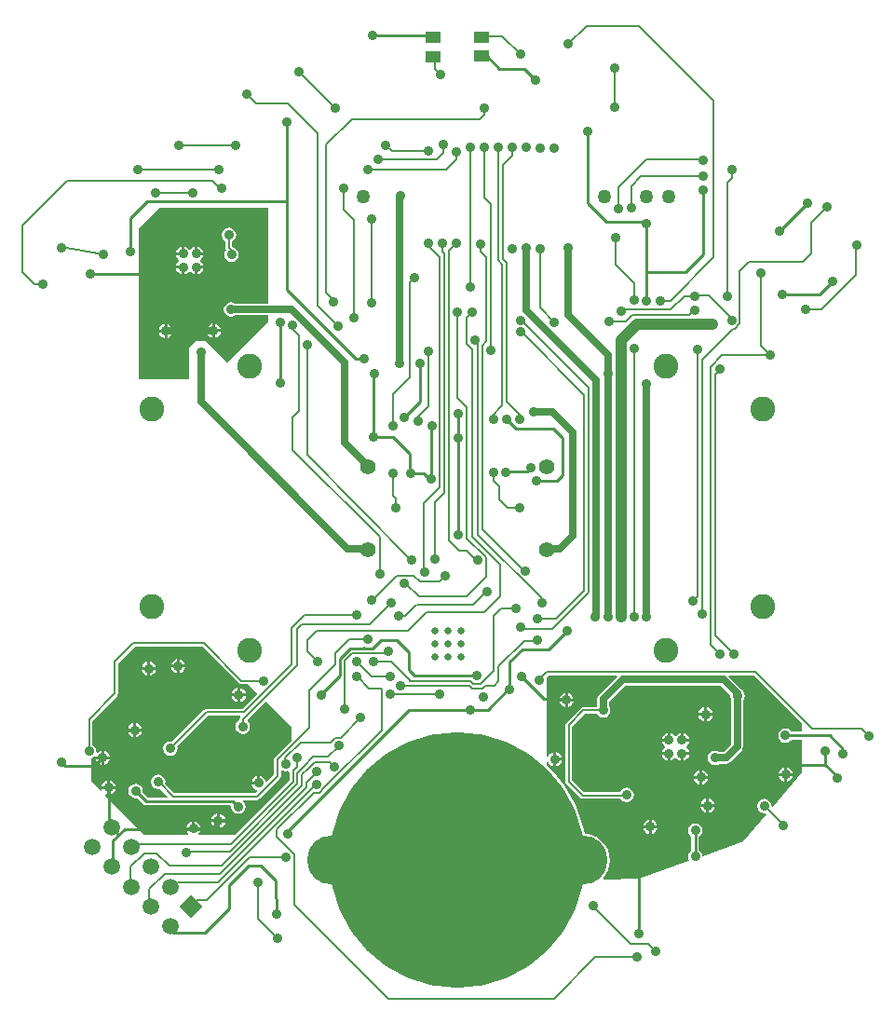
<source format=gbl>
%FSTAX23Y23*%
%MOIN*%
%SFA1B1*%

%IPPOS*%
%AMD49*
4,1,4,0.000000,-0.041700,0.041700,0.000000,0.000000,0.041700,-0.041700,0.000000,0.000000,-0.041700,0.0*
%
%ADD10C,0.008000*%
%ADD11C,0.010000*%
%ADD42C,0.040000*%
%ADD45C,0.040000*%
%ADD46C,0.025000*%
%ADD48C,0.059100*%
G04~CAMADD=49~10~0.0~590.4~0.0~0.0~0.0~0.0~0~0.0~0.0~0.0~0.0~0~0.0~0.0~0.0~0.0~0~0.0~0.0~0.0~225.0~590.4~0.0*
%ADD49D49*%
%ADD50C,0.055100*%
%ADD51C,0.050000*%
%ADD52C,0.035000*%
%ADD53C,0.089000*%
%ADD54C,0.175000*%
%ADD55C,0.915000*%
%ADD56C,0.026000*%
%ADD57R,0.052000X0.044000*%
%LNronemotorboard-v8-1*%
%LPD*%
G36*
X05234Y03228D02*
Y03199D01*
X05195*
X05192Y03204*
X05183Y0321*
X05174Y03212*
X05164Y0321*
X05155Y03204*
X0515Y03196*
X05148Y03186*
X0515Y03176*
X05155Y03167*
X05164Y03162*
X05174Y0316*
X05183Y03162*
X05192Y03167*
X05195Y03172*
X05234*
Y03055*
X05129Y02932*
X05129Y02932*
X05124Y02933*
X05123Y02943*
X05117Y02951*
X05109Y02957*
X05099Y02959*
X05089Y02957*
X0508Y02951*
X05075Y02943*
X05073Y02933*
X05075Y02923*
X0508Y02914*
X05089Y02909*
X05099Y02907*
X05103Y02907*
X05105Y02903*
X05023Y02806*
X0488Y02755*
X04876Y02757*
X04875Y02762*
X04869Y02771*
X04864Y02774*
Y02824*
X04869Y02827*
X04875Y02836*
X04877Y02846*
X04875Y02856*
X04869Y02864*
X0486Y0287*
X04851Y02872*
X04841Y0287*
X04832Y02864*
X04827Y02856*
X04825Y02846*
X04827Y02836*
X04832Y02827*
X04837Y02824*
Y02774*
X04832Y02771*
X04827Y02762*
X04825Y02753*
X04827Y02743*
X04828Y02741*
X04826Y02736*
X04648Y02673*
X04523Y02671*
X04521Y02676*
X04529Y02686*
X04538Y02703*
X04544Y02721*
X04546Y0274*
X04544Y02758*
X04538Y02776*
X04529Y02793*
X04517Y02807*
X04503Y02819*
X04486Y02828*
X04468Y02834*
X04455Y02835*
X0445Y0286*
X04437Y02899*
X04422Y02936*
X04403Y02973*
X04381Y03007*
X04356Y03039*
X04329Y03069*
X0432Y03078*
Y0309*
X04325Y03091*
Y03091*
X0433Y03082*
X04339Y03077*
X04344Y03076*
Y03101*
Y03126*
X04339Y03125*
X0433Y03119*
X04325Y0311*
X0432Y03111*
Y03395*
X04325Y034*
X04569*
X04571Y03396*
X04506Y0333*
X04501Y03324*
X045Y03316*
Y0329*
X04498Y03288*
X0445*
X04445Y03287*
X04441Y03284*
X04389Y03232*
X04386Y03228*
X04385Y03224*
Y03022*
X04386Y03017*
X04389Y03013*
X04439Y02963*
X04443Y0296*
X04448Y02959*
X04584*
X04587Y02954*
X04596Y02949*
X04606Y02947*
X04616Y02949*
X04624Y02954*
X0463Y02963*
X04632Y02973*
X0463Y02982*
X04624Y02991*
X04616Y02997*
X04606Y02999*
X04596Y02997*
X04587Y02991*
X04582Y02984*
X04453*
X0441Y03027*
Y03218*
X04455Y03263*
X04498*
X04502Y03257*
X04511Y03252*
X04521Y0325*
X04531Y03252*
X04539Y03257*
X04545Y03266*
X04547Y03276*
X04545Y03285*
X04541Y0329*
Y03307*
X04599Y03365*
X04942*
X04977Y03329*
X04977Y03328*
X04979Y03318*
X0498Y03317*
Y03154*
X04952Y03126*
X04935*
X04931Y0313*
X04921Y03132*
X04911Y0313*
X04902Y03124*
X04897Y03116*
X04895Y03106*
X04897Y03096*
X04902Y03087*
X04911Y03082*
X04921Y0308*
X04931Y03082*
X04935Y03085*
X04961*
X04969Y03086*
X04975Y03091*
X05015Y03131*
X05018Y03135*
X0502Y03138*
X05021Y03146*
Y0331*
X05027Y03318*
X05029Y03328*
X05027Y03338*
X05021Y03346*
X05015Y03351*
X0497Y03396*
X04972Y034*
X05061*
X05234Y03228*
G37*
G36*
X03218Y03373D02*
X03222Y0337D01*
X03227Y03369*
X0325*
X03282Y03338*
Y03333*
X0323Y03282*
X03101*
X03096Y03281*
X03092Y03278*
X02977Y03164*
X02973Y03165*
X02963Y03163*
X02954Y03157*
X02949Y03149*
X02947Y03139*
X02949Y03129*
X02954Y0312*
X02963Y03115*
X02973Y03113*
X02982Y03115*
X02991Y0312*
X02997Y03129*
X02999Y03139*
X02997Y03148*
X03106Y03257*
X03221*
X03223Y03253*
X03223Y03252*
X0322Y03248*
X03219Y03243*
Y0324*
X03213Y03236*
X03207Y03228*
X03205Y03218*
X03207Y03208*
X03213Y03199*
X03221Y03194*
X03231Y03192*
X03241Y03194*
X0325Y03199*
X03255Y03208*
X03257Y03218*
X03255Y03228*
X0325Y03236*
X03248Y03237*
X03248Y03242*
X03249Y03244*
X03251Y03245*
X03313Y03307*
X03405Y03216*
Y03166*
X03346Y03108*
X03344Y03104*
X03343Y031*
X03343Y03097*
Y03046*
X03318Y03021*
X03313Y03022*
X03313Y03025*
X03307Y03034*
X03298Y0304*
X03294Y03041*
Y03016*
X03289*
Y03011*
X03264*
X03265Y03006*
X0327Y02997*
X03279Y02992*
X03282Y02991*
X03283Y02986*
X03277Y0298*
X02987*
X02953Y03013*
X02955Y0302*
X02953Y03029*
X02947Y03038*
X02939Y03044*
X02929Y03046*
X02919Y03044*
X0291Y03038*
X02905Y03029*
X02903Y0302*
X02905Y0301*
X0291Y03001*
X02919Y02996*
X02929Y02994*
X02937Y02995*
X02964Y02967*
X02962Y02963*
X02891*
X02872Y02981*
X02874Y02988*
X02872Y02998*
X02866Y03006*
X02857Y03012*
X02848Y03014*
X02838Y03012*
X02829Y03006*
X02824Y02998*
X02822Y02988*
X02824Y02978*
X02829Y02969*
X02838Y02964*
X02848Y02962*
X02854Y02963*
X02876Y0294*
X0288Y02937*
X02886Y02936*
X03186*
X03189Y02932*
X03189Y02932*
X03191Y02922*
X03196Y02913*
X03205Y02908*
X03215Y02906*
X03225Y02908*
X03233Y02913*
X03239Y02922*
X03241Y02932*
X03239Y02942*
X03233Y0295*
X03232Y02951*
X03233Y02955*
X03282*
X03287Y02956*
X03291Y02959*
X03364Y03032*
X03367Y03036*
X03368Y03041*
Y03059*
X03372Y03061*
X03375Y0306*
X03385Y03058*
X03394Y0306*
X03399Y03053*
Y03025*
X03204Y0283*
X03074Y02829*
X03073Y02834*
X03073Y02834*
X03079Y02843*
X0308Y02848*
X0303*
X03031Y02843*
X03036Y02834*
X03037Y02834*
X03035Y02829*
X02877Y02829*
X02738Y02971*
X02741Y02976*
X02746Y02975*
Y02995*
X02726*
X02726Y0299*
X02722Y02988*
X02688Y03023*
X02688Y03104*
X0269Y03105*
X02699Y0311*
X02699Y03111*
X02704Y03109*
X02705Y03112*
X02725*
Y03132*
X0272Y03131*
X02711Y03125*
X02711Y03124*
X02706Y03126*
X02707Y03129*
X02705Y03139*
X02699Y03147*
X02693Y03151*
Y03238*
X02781Y03327*
X02784Y03331*
X02785Y03336*
Y03443*
X02845Y03503*
X03087*
X03218Y03373*
G37*
G36*
X03321Y0473D02*
X03204D01*
X03199Y04734*
X0319Y04736*
X0318Y04734*
X03171Y04728*
X03166Y0472*
X03164Y0471*
X03166Y047*
X03171Y04691*
X0318Y04686*
X0319Y04684*
X03199Y04686*
X03204Y04689*
X03321*
Y04665*
X03176Y0452*
X03101Y04594*
X03097Y04596*
X03093Y04597*
X03068*
X03064Y04596*
X0306Y04594*
X03042Y04576*
X0304Y04572*
X03039Y04568*
Y04462*
X02859*
Y05*
X02933Y05072*
X02934Y05073*
X03321*
Y0473*
G37*
%LNronemotorboard-v8-2*%
%LPC*%
G36*
X0517Y03072D02*
X05165Y03071D01*
X05156Y03065*
X05151Y03057*
X0515Y03052*
X0517*
Y03072*
G37*
G36*
X04876Y03061D02*
Y03041D01*
X04896*
X04895Y03045*
X04889Y03054*
X0488Y0306*
X04876Y03061*
G37*
G36*
X04374Y03096D02*
X04354D01*
Y03076*
X04359Y03077*
X04367Y03082*
X04373Y03091*
X04374Y03096*
G37*
G36*
X0518Y03072D02*
Y03052D01*
X052*
X05199Y03057*
X05193Y03065*
X05184Y03071*
X0518Y03072*
G37*
G36*
X04866Y03061D02*
X04861Y0306D01*
X04852Y03054*
X04847Y03045*
X04846Y03041*
X04866*
Y03061*
G37*
G36*
X052Y03042D02*
X0518D01*
Y03022*
X05184Y03023*
X05193Y03028*
X05199Y03037*
X052Y03042*
G37*
G36*
X03284Y03041D02*
X03279Y0304D01*
X0327Y03034*
X03265Y03025*
X03264Y03021*
X03284*
Y03041*
G37*
G36*
X0517Y03042D02*
X0515D01*
X05151Y03037*
X05156Y03028*
X05165Y03023*
X0517Y03022*
Y03042*
G37*
G36*
X02725Y03102D02*
X02705D01*
X02706Y03097*
X02711Y03088*
X0272Y03083*
X02725Y03082*
Y03102*
G37*
G36*
X04752Y03194D02*
X04747Y03193D01*
X04739Y03188*
X04733Y03179*
X04732Y03174*
X04752*
Y03194*
G37*
G36*
X02735Y03132D02*
Y03112D01*
X02755*
X02754Y03117*
X02748Y03125*
X02739Y03131*
X02735Y03132*
G37*
G36*
X0284Y032D02*
X0282D01*
X02821Y03195*
X02826Y03186*
X02835Y03181*
X0284Y0318*
Y032*
G37*
G36*
X04809Y03194D02*
Y03174D01*
X04829*
X04828Y03179*
X04823Y03188*
X04814Y03193*
X04809Y03194*
G37*
G36*
X04752Y03117D02*
X04732D01*
X04733Y03112*
X04739Y03104*
X04747Y03098*
X04752Y03097*
Y03117*
G37*
G36*
X02755Y03102D02*
X02735D01*
Y03082*
X02739Y03083*
X02748Y03088*
X02754Y03097*
X02755Y03102*
G37*
G36*
X04354Y03126D02*
Y03106D01*
X04374*
X04373Y0311*
X04367Y03119*
X04359Y03125*
X04354Y03126*
G37*
G36*
X04829Y03117D02*
X04809D01*
Y03097*
X04814Y03098*
X04823Y03104*
X04828Y03112*
X04829Y03117*
G37*
G36*
X04685Y02884D02*
X0468Y02883D01*
X04671Y02877*
X04666Y02868*
X04665Y02864*
X04685*
Y02884*
G37*
G36*
X0306Y02878D02*
Y02858D01*
X0308*
X03079Y02863*
X03073Y02871*
X03064Y02877*
X0306Y02878*
G37*
G36*
X03139Y02906D02*
X03134Y02905D01*
X03125Y02899*
X0312Y0289*
X03119Y02886*
X03139*
Y02906*
G37*
G36*
X04695Y02884D02*
Y02864D01*
X04715*
X04714Y02868*
X04708Y02877*
X047Y02883*
X04695Y02884*
G37*
G36*
X0305Y02878D02*
X03045Y02877D01*
X03036Y02871*
X03031Y02863*
X0303Y02858*
X0305*
Y02878*
G37*
G36*
X04715Y02854D02*
X04695D01*
Y02834*
X047Y02835*
X04708Y0284*
X04714Y02849*
X04715Y02854*
G37*
G36*
X04685D02*
X04665D01*
X04666Y02849*
X04671Y0284*
X0468Y02835*
X04685Y02834*
Y02854*
G37*
G36*
X03169Y02876D02*
X03149D01*
Y02856*
X03153Y02857*
X03162Y02862*
X03168Y02871*
X03169Y02876*
G37*
G36*
X03139D02*
X03119D01*
X0312Y02871*
X03125Y02862*
X03134Y02857*
X03139Y02856*
Y02876*
G37*
G36*
X03149Y02906D02*
Y02886D01*
X03169*
X03168Y0289*
X03162Y02899*
X03153Y02905*
X03149Y02906*
G37*
G36*
X02756Y03025D02*
Y03005D01*
X02776*
X02775Y03009*
X02769Y03018*
X02761Y03024*
X02756Y03025*
G37*
G36*
X02746D02*
X02741Y03024D01*
X02732Y03018*
X02727Y03009*
X02726Y03005*
X02746*
Y03025*
G37*
G36*
X04896Y03031D02*
X04876D01*
Y03011*
X0488Y03012*
X04889Y03017*
X04895Y03026*
X04896Y03031*
G37*
G36*
X04866D02*
X04846D01*
X04847Y03026*
X04852Y03017*
X04861Y03012*
X04866Y03011*
Y03031*
G37*
G36*
X02776Y02995D02*
X02756D01*
Y02975*
X02761Y02976*
X02769Y02981*
X02775Y0299*
X02776Y02995*
G37*
G36*
X0492Y0293D02*
X049D01*
Y0291*
X04905Y02911*
X04913Y02916*
X04919Y02925*
X0492Y0293*
G37*
G36*
X0489D02*
X0487D01*
X04871Y02925*
X04876Y02916*
X04885Y02911*
X0489Y0291*
Y0293*
G37*
G36*
X049Y0296D02*
Y0294D01*
X0492*
X04919Y02945*
X04913Y02953*
X04905Y02959*
X049Y0296*
G37*
G36*
X0489D02*
X04885Y02959D01*
X04876Y02953*
X04871Y02945*
X0487Y0294*
X0489*
Y0296*
G37*
G36*
X02981Y04628D02*
X02961D01*
Y04608*
X02966Y04609*
X02974Y04614*
X0298Y04623*
X02981Y04628*
G37*
G36*
X02951D02*
X02931D01*
X02932Y04623*
X02937Y04614*
X02946Y04609*
X02951Y04608*
Y04628*
G37*
G36*
X03152Y04629D02*
X03132D01*
Y04609*
X03137Y0461*
X03145Y04615*
X03151Y04624*
X03152Y04629*
G37*
G36*
X03122D02*
X03102D01*
X03103Y04624*
X03108Y04615*
X03117Y0461*
X03122Y04609*
Y04629*
G37*
G36*
X03005Y03459D02*
Y03439D01*
X03025*
X03024Y03443*
X03018Y03452*
X03009Y03458*
X03005Y03459*
G37*
G36*
X0289Y0345D02*
X02885Y03449D01*
X02876Y03443*
X02871Y03435*
X0287Y0343*
X0289*
Y0345*
G37*
G36*
X03025Y03429D02*
X03005D01*
Y03409*
X03009Y0341*
X03018Y03415*
X03024Y03424*
X03025Y03429*
G37*
G36*
X02995Y03459D02*
X0299Y03458D01*
X02981Y03452*
X02976Y03443*
X02975Y03439*
X02995*
Y03459*
G37*
G36*
X029Y0345D02*
Y0343D01*
X0292*
X02919Y03435*
X02913Y03443*
X02904Y03449*
X029Y0345*
G37*
G36*
X02951Y04658D02*
X02946Y04657D01*
X02937Y04651*
X02932Y04643*
X02931Y04638*
X02951*
Y04658*
G37*
G36*
X03013Y04934D02*
X03008Y04933D01*
X03Y04928*
X02994Y04919*
X02993Y04914*
X03013*
Y04934*
G37*
G36*
X03182Y05003D02*
X03172Y05001D01*
X03163Y04995*
X03158Y04986*
X03156Y04977*
X03158Y04967*
X03163Y04958*
X03169Y04954*
Y0493*
X0317Y04925*
X03172Y04923*
X03167Y04915*
X03165Y04906*
X03167Y04896*
X03172Y04887*
X03181Y04882*
X03191Y0488*
X032Y04882*
X03209Y04887*
X03215Y04896*
X03217Y04906*
X03215Y04915*
X03209Y04924*
X032Y0493*
X03198Y0493*
X03194Y04935*
Y04954*
X032Y04958*
X03206Y04967*
X03208Y04977*
X03206Y04986*
X032Y04995*
X03192Y05001*
X03182Y05003*
G37*
G36*
X0306Y04934D02*
X03055Y04933D01*
X03047Y04928*
X03044Y04923*
X03039*
X03036Y04928*
X03028Y04933*
X03023Y04934*
Y04909*
X03018*
Y04904*
X02993*
X02994Y04899*
X03Y04891*
X03004Y04888*
Y04883*
X03Y0488*
X02994Y04872*
X02993Y04867*
X03018*
Y04862*
X03023*
Y04837*
X03028Y04838*
X03036Y04844*
X03039Y04848*
X03044*
X03047Y04844*
X03055Y04838*
X0306Y04837*
Y04862*
X03065*
Y04867*
X0309*
X03089Y04872*
X03084Y0488*
X03079Y04883*
Y04888*
X03084Y04891*
X03089Y04899*
X0309Y04904*
X03065*
Y04909*
X0306*
Y04934*
G37*
G36*
X0307D02*
Y04914D01*
X0309*
X03089Y04919*
X03084Y04928*
X03075Y04933*
X0307Y04934*
G37*
G36*
X0309Y04857D02*
X0307D01*
Y04837*
X03075Y04838*
X03084Y04844*
X03089Y04852*
X0309Y04857*
G37*
G36*
X03122Y04659D02*
X03117Y04658D01*
X03108Y04652*
X03103Y04643*
X03102Y04639*
X03122*
Y04659*
G37*
G36*
X02961Y04658D02*
Y04638D01*
X02981*
X0298Y04643*
X02974Y04651*
X02966Y04657*
X02961Y04658*
G37*
G36*
X03013Y04857D02*
X02993D01*
X02994Y04852*
X03Y04844*
X03008Y04838*
X03013Y04837*
Y04857*
G37*
G36*
X03132Y04659D02*
Y04639D01*
X03152*
X03151Y04643*
X03145Y04652*
X03137Y04658*
X03132Y04659*
G37*
G36*
X04883Y03287D02*
X04878Y03286D01*
X04869Y0328*
X04864Y03272*
X04863Y03267*
X04883*
Y03287*
G37*
G36*
X04913Y03257D02*
X04893D01*
Y03237*
X04898Y03238*
X04906Y03243*
X04912Y03252*
X04913Y03257*
G37*
G36*
X04385Y03308D02*
X04365D01*
X04366Y03303*
X04371Y03294*
X0438Y03289*
X04385Y03288*
Y03308*
G37*
G36*
X04893Y03287D02*
Y03267D01*
X04913*
X04912Y03272*
X04906Y0328*
X04898Y03286*
X04893Y03287*
G37*
G36*
X04883Y03257D02*
X04863D01*
X04864Y03252*
X04869Y03243*
X04878Y03238*
X04883Y03237*
Y03257*
G37*
G36*
X04799Y03194D02*
X04794Y03193D01*
X04786Y03188*
X04783Y03183*
X04778*
X04775Y03188*
X04767Y03193*
X04762Y03194*
Y03169*
X04757*
Y03164*
X04732*
X04733Y03159*
X04739Y03151*
X04743Y03148*
Y03143*
X04739Y0314*
X04733Y03132*
X04732Y03127*
X04757*
Y03122*
X04762*
Y03097*
X04767Y03098*
X04775Y03104*
X04778Y03108*
X04783*
X04786Y03104*
X04794Y03098*
X04799Y03097*
Y03122*
X04804*
Y03127*
X04829*
X04828Y03132*
X04823Y0314*
X04818Y03143*
Y03148*
X04823Y03151*
X04828Y03159*
X04829Y03164*
X04804*
Y03169*
X04799*
Y03194*
G37*
G36*
X0287Y032D02*
X0285D01*
Y0318*
X02854Y03181*
X02863Y03186*
X02869Y03195*
X0287Y032*
G37*
G36*
X0285Y0323D02*
Y0321D01*
X0287*
X02869Y03215*
X02863Y03223*
X02854Y03229*
X0285Y0323*
G37*
G36*
X0284D02*
X02835Y03229D01*
X02826Y03223*
X02821Y03215*
X0282Y0321*
X0284*
Y0323*
G37*
G36*
X04415Y03308D02*
X04395D01*
Y03288*
X044Y03289*
X04408Y03294*
X04414Y03303*
X04415Y03308*
G37*
G36*
X0289Y0342D02*
X0287D01*
X02871Y03415*
X02876Y03406*
X02885Y03401*
X0289Y034*
Y0342*
G37*
G36*
X03222Y03356D02*
Y03336D01*
X03242*
X03241Y03341*
X03235Y03349*
X03226Y03355*
X03222Y03356*
G37*
G36*
X02995Y03429D02*
X02975D01*
X02976Y03424*
X02981Y03415*
X0299Y0341*
X02995Y03409*
Y03429*
G37*
G36*
X0292Y0342D02*
X029D01*
Y034*
X02904Y03401*
X02913Y03406*
X02919Y03415*
X0292Y0342*
G37*
G36*
X03212Y03356D02*
X03207Y03355D01*
X03198Y03349*
X03193Y03341*
X03192Y03336*
X03212*
Y03356*
G37*
G36*
X03242Y03326D02*
X03222D01*
Y03306*
X03226Y03307*
X03235Y03312*
X03241Y03321*
X03242Y03326*
G37*
G36*
X03212D02*
X03192D01*
X03193Y03321*
X03198Y03312*
X03207Y03307*
X03212Y03306*
Y03326*
G37*
G36*
X04395Y03338D02*
Y03318D01*
X04415*
X04414Y03322*
X04408Y03331*
X044Y03337*
X04395Y03338*
G37*
G36*
X04385D02*
X0438Y03337D01*
X04371Y03331*
X04366Y03322*
X04365Y03318*
X04385*
Y03338*
G37*
%LNronemotorboard-v8-3*%
%LPD*%
G54D10*
X02829Y02636D02*
Y02716D01*
X02878Y02765*
X02924*
X02969Y0272*
X03156*
X02951Y02691D02*
X0315D01*
X02897Y02637D02*
X02951Y02691D01*
X02897Y02607D02*
Y02637D01*
X04301Y03655D02*
Y03676D01*
X04276Y03525D02*
X04287Y03514D01*
X04062Y04598D02*
X04072Y04588D01*
X03491Y03047D02*
Y03056D01*
X02897Y02565D02*
Y02607D01*
Y02608*
X0315Y02691D02*
X03459Y03D01*
X03386Y0275D02*
X03389D01*
X03257D02*
X03386D01*
X03047Y02576D02*
X03068Y02597D01*
X03104*
X03257Y0275*
X03039Y02567D02*
X03074D01*
X03143Y02661D02*
X03412Y0293D01*
X02998Y02661D02*
X03143D01*
X03156Y0272D02*
X03443Y03006D01*
X03185Y02771D02*
X03427Y03013D01*
X03037Y02771D02*
X03185D01*
X03189Y02798D02*
X03411Y0302D01*
X0285Y02798D02*
X03189D01*
X04869Y03622D02*
X04875Y03628D01*
X03407Y03572D02*
X03451Y03617D01*
X03407Y03441D02*
Y03572D01*
X03236Y0327D02*
X03407Y03441D01*
X03425Y03568D02*
X03441Y03584D01*
X03425Y03436D02*
Y03568D01*
X03242Y03254D02*
X03425Y03436D01*
X03242Y03254D02*
X03242D01*
X03231Y03243D02*
X03242Y03254D01*
X03101Y0327D02*
X03236D01*
X03231Y03218D02*
Y03243D01*
X0483Y04689D02*
X04849Y04708D01*
X04845D02*
X0485D01*
X0484Y04703D02*
X04845Y04708D01*
X04627Y04689D02*
X0483D01*
X0484Y04703D02*
X04846D01*
X04811Y04758D02*
X04849D01*
X04764Y04711D02*
X04811Y04758D01*
X049Y04759D02*
X04981Y04678D01*
X04849Y04759D02*
X049D01*
X04849Y04758D02*
Y04759D01*
X04604Y04666D02*
X04627Y04689D01*
X04597Y04711D02*
X04764D01*
X04586Y047D02*
X04597Y04711D01*
X04633Y04744D02*
Y04804D01*
X04544Y04666D02*
X04604D01*
X03813Y03732D02*
X03862Y03683D01*
X04916Y04896D02*
Y05457D01*
X04761Y04741D02*
X04916Y04896D01*
X04735Y04741D02*
X04761D01*
X04033Y0468D02*
X04053Y047D01*
X04033Y04586D02*
Y0468D01*
Y04586D02*
X04052Y04568D01*
Y03896D02*
Y04568D01*
Y03896D02*
X04152Y03796D01*
Y03685D02*
Y03796D01*
X04034Y03892D02*
Y04359D01*
Y03892D02*
X04102Y03824D01*
X03999Y04394D02*
X04033Y0436D01*
X03999Y04394D02*
Y04702D01*
X04088Y04582D02*
X04102Y04596D01*
X04088Y03924D02*
Y04582D01*
Y03924D02*
X04241Y03771D01*
X04072Y03905D02*
Y04588D01*
Y03905D02*
X04301Y03676D01*
X04102Y04596D02*
Y04898D01*
X04095Y03628D02*
X04152Y03685D01*
X04056Y03654D02*
X04105Y03703D01*
X03789Y03614D02*
X03813D01*
X03788D02*
X03789D01*
X03855Y03654D02*
X04056D01*
X04102Y03754D02*
Y03824D01*
X04031Y03683D02*
X04102Y03754D01*
X03862Y03683D02*
X04031D01*
X04062Y04598D02*
X04063Y04599D01*
X04149Y04031D02*
Y04077D01*
X04129Y04098D02*
X04149Y04077D01*
X04129Y04098D02*
Y04128D01*
X03463Y03527D02*
X03495Y03559D01*
X03821D02*
X0389Y03628D01*
X03495Y03559D02*
X03821D01*
X0389Y03628D02*
X04095D01*
X03686Y03584D02*
X03763Y03661D01*
X03441Y03584D02*
X03686D01*
X0341Y04639D02*
X03431Y04618D01*
Y04346D02*
Y04618D01*
X0341Y04325D02*
X03431Y04346D01*
X0341Y04207D02*
Y04325D01*
Y04207D02*
X03721Y03896D01*
X03463Y03486D02*
Y03527D01*
Y03486D02*
X03498Y03451D01*
X03451Y03617D02*
X03638D01*
X0364Y03397D02*
X03641D01*
X03684Y03354*
X03728*
X03639Y03451D02*
X03693Y03396D01*
X03759*
X03701Y03451D02*
X03761D01*
X03624Y03481D02*
X03747D01*
X03596Y03453D02*
X03624Y03481D01*
X04585Y04701D02*
Y04703D01*
Y04701D02*
X04586Y047D01*
X03728Y03203D02*
Y03354D01*
X03524Y02999D02*
X03728Y03203D01*
X03524Y02999D02*
X03524D01*
X03507Y02982D02*
X03524Y02999D01*
X03487Y02982D02*
X03507D01*
X03354Y02824D02*
X03417Y02761D01*
X03354Y02824D02*
Y02849D01*
X03487Y02982*
X03417Y02579D02*
X03751Y02245D01*
X03417Y02579D02*
Y02761D01*
X03389Y0275D02*
X0339Y02749D01*
X03427Y03075D02*
Y03093D01*
X03411Y03059D02*
X03427Y03075D01*
X03411Y0302D02*
Y03059D01*
X03421Y03099D02*
X03427Y03093D01*
X03282Y02968D02*
X03356Y03041D01*
Y031*
X03355Y031D02*
X0347Y03214D01*
Y03348*
X0344Y03162D02*
X03546D01*
X03384Y03106D02*
X0344Y03162D01*
X03384Y03085D02*
Y03106D01*
X03759Y03333D02*
X03937D01*
X04041Y03364D02*
X04051Y03354D01*
X03797Y03364D02*
X04041D01*
X0383Y03381D02*
X04046D01*
X03484Y0311D02*
X03537D01*
X03575Y03148*
Y03149*
X03583Y03178D02*
X03654Y03249D01*
X03562Y03178D02*
X03583D01*
X03546Y03162D02*
X03562Y03178D01*
X03654Y03249D02*
Y0325D01*
X03563Y03468D02*
Y0348D01*
X03562Y03467D02*
X03563Y03468D01*
X03562Y0344D02*
Y03467D01*
X0347Y03348D02*
X03562Y0344D01*
X03596Y03285D02*
Y03453D01*
X03721Y03761D02*
Y03896D01*
X0372Y0376D02*
X03721Y03761D01*
X03918Y04019D02*
X03953Y04054D01*
X03918Y03817D02*
Y04019D01*
X03916Y03815D02*
X03918Y03817D01*
X0388Y04018D02*
X03936Y04074D01*
X0388Y03772D02*
Y04018D01*
X03877Y03769D02*
X0388Y03772D01*
X03936Y04074D02*
Y04897D01*
X03895Y04938D02*
X03936Y04897D01*
X03895Y04938D02*
Y04947D01*
X04118Y04573D02*
X04129Y04562D01*
X04118Y04573D02*
Y05086D01*
X0377Y04009D02*
X03779Y04D01*
Y04008D02*
Y04034D01*
X0377Y04043D02*
X03779Y04034D01*
X0377Y04043D02*
Y04125D01*
X03182Y0493D02*
X03192Y0492D01*
X03182Y0493D02*
Y04977D01*
X03184Y04975*
Y04913D02*
X03191Y04906D01*
X0339Y02749D02*
X03397D01*
X0353Y04771D02*
X03566Y04735D01*
X03461Y04189D02*
X03837Y03812D01*
X03838*
X03461Y04189D02*
Y04584D01*
X04684Y02439D02*
X0471Y02413D01*
X0462Y02439D02*
X04684D01*
X04485Y02574D02*
X0462Y02439D01*
X0315Y05143D02*
X03156D01*
X03122Y05171D02*
X0315Y05143D01*
X02603Y05171D02*
X03122D01*
X04296Y04716D02*
Y04928D01*
Y04716D02*
X04347Y04665D01*
X03969Y03884D02*
Y04922D01*
X03953Y04054D02*
Y0491D01*
X0416Y04366D02*
Y0487D01*
X04176Y04382D02*
Y04877D01*
X04161Y04892D02*
X04176Y04877D01*
X03394Y05446D02*
X03499Y05341D01*
X03278Y05446D02*
X03394D01*
X03245Y05479D02*
X03278Y05446D01*
X04031Y03846D02*
X04071Y03806D01*
X04006Y03846D02*
X04031D01*
X03969Y03884D02*
X04006Y03846D01*
X03751Y02245D02*
X04346D01*
X03413Y02931D02*
X03495Y03013D01*
X03449Y03074D02*
X03484Y0311D01*
X04454Y03704D02*
Y04403D01*
X04353Y03604D02*
X04454Y03704D01*
X04293Y03604D02*
X04353D01*
X04226Y03568D02*
X0434D01*
X0447Y03698*
X04281Y03592D02*
X04293Y03604D01*
X03488Y03047D02*
X03491D01*
X03489Y03092D02*
X03541D01*
X03465Y03068D02*
X03489Y03092D01*
X04657Y05187D02*
X04862D01*
X04621Y05151D02*
X04657Y05187D01*
X03034Y02774D02*
X03037Y02771D01*
X02969Y02632D02*
X02998Y02661D01*
X03541Y03092D02*
X03558Y03075D01*
X04676Y05246D02*
X04862D01*
X04576Y05146D02*
X04676Y05246D01*
X0447Y037D02*
Y04431D01*
X05067Y03413D02*
X0527Y0321D01*
X0432Y03413D02*
X05067D01*
X04294Y03387D02*
X0432Y03413D01*
X03866Y03736D02*
X03935D01*
X03844Y03758D02*
X03866Y03736D01*
X03784Y03758D02*
X03844D01*
X03916Y03816D02*
X03919Y03819D01*
X03722Y03763D02*
X03723Y03764D01*
X03813Y03614D02*
X03853Y03654D01*
X04129Y03614D02*
X04156Y03641D01*
X04226Y03573D02*
X04227Y03561D01*
X04083Y04917D02*
X04102Y04898D01*
X0353Y05299D02*
X03623Y05392D01*
X0353Y04771D02*
Y05299D01*
X03628Y04682D02*
Y05031D01*
X03593Y05066D02*
X03628Y05031D01*
X03593Y05066D02*
Y0514D01*
X04227Y04672D02*
X04229D01*
X04567Y0487D02*
Y04967D01*
Y0487D02*
X04633Y04804D01*
X04632Y0361D02*
Y0457D01*
X0292Y05127D02*
X03053D01*
X05447Y0321D02*
X05474Y03183D01*
X0527Y0321D02*
X05447D01*
X04398Y03224D02*
X0445Y03276D01*
X04521*
X04095Y05109D02*
X04118Y05086D01*
X04083Y04917D02*
Y04945D01*
X04045Y04793D02*
Y05278D01*
X04195Y05261D02*
Y0529D01*
X03499Y04724D02*
X03572Y04651D01*
X03895Y04499D02*
Y045D01*
X04095Y05109D02*
Y05289D01*
X03003Y05297D02*
X03204D01*
X03205Y05298*
X03692Y04733D02*
Y05031D01*
X03678Y05211D02*
X03959D01*
X03715Y05246D02*
X03925D01*
X03741Y05298D02*
X03743D01*
X03765Y05276*
X03895*
X04149Y04031D02*
X0418Y04001D01*
X04223*
X03959Y05211D02*
X03995Y05247D01*
Y05273*
X03925Y05246D02*
X0395Y05271D01*
Y05299*
X03893Y05274D02*
X03895Y05276D01*
X04095Y05407D02*
Y0543D01*
X0408Y05392D02*
X04095Y05407D01*
X04494Y02393D02*
X04643D01*
X04346Y02245D02*
X04494Y02393D01*
X0258Y04934D02*
X02583Y04934D01*
X02731Y04906*
X02579Y04935D02*
X0258Y04934D01*
X02579Y04935D02*
X0258D01*
X03285Y02532D02*
X03356Y02461D01*
X03285Y02532D02*
Y0266D01*
X03623Y05392D02*
X0408D01*
X04563Y05447D02*
Y05573D01*
X03432Y05561D02*
X03564Y05429D01*
X03919Y0557D02*
X0394Y05549D01*
X03919Y0557D02*
Y05608D01*
X0416Y05688D02*
X04225Y05623D01*
X04081Y05688D02*
X0416D01*
X02855Y05211D02*
X03145D01*
X02443Y04844D02*
Y05011D01*
Y04844D02*
X02485Y04802D01*
X02515*
X02443Y05011D02*
X02603Y05171D01*
X04344Y05289D02*
X04345Y05288D01*
X04648Y05725D02*
X04916Y05457D01*
X04461Y05725D02*
X04648D01*
X04395Y05659D02*
X04461Y05725D01*
X04621Y05073D02*
Y05151D01*
X04576Y05072D02*
Y05146D01*
X05265Y0502D02*
X05323Y05078D01*
X05301Y04709D02*
X05426Y04833D01*
X05245Y04709D02*
X05301D01*
X05426Y04833D02*
Y04942D01*
X05427Y04943*
X04129Y04318D02*
Y04319D01*
X04121Y04327D02*
X04129Y04319D01*
X04221Y04318D02*
Y04321D01*
X04228Y04328D02*
X0423D01*
X04221Y04321D02*
X04228Y04328D01*
X04121Y04327D02*
X0416Y04366D01*
X03969Y04922D02*
X03995Y04948D01*
X03768Y04298D02*
X0377Y04296D01*
X03768Y04298D02*
Y04407D01*
X03858Y04328D02*
X03895Y04365D01*
Y04499*
X03859Y04311D02*
Y04321D01*
X03858Y0431D02*
Y04328D01*
X04229Y04672D02*
X0447Y04431D01*
X04226Y04629D02*
X04228D01*
X04454Y04403*
X04484Y02574D02*
X04485D01*
X04176Y04382D02*
X0423Y04328D01*
X04145Y04886D02*
X0416Y04871D01*
X04145Y04886D02*
Y05289D01*
X04161Y05227D02*
X04195Y05261D01*
X04161Y04892D02*
Y05227D01*
X03945Y04918D02*
Y04948D01*
Y04918D02*
X03953Y0491D01*
X03895Y04499D02*
Y04562D01*
X03829Y04808D02*
X03846Y04825D01*
X03768Y04407D02*
X03829Y04468D01*
Y04808*
X03499Y04724D02*
Y05341D01*
X04601Y02967D02*
X04606Y02972D01*
X04596D02*
X04601Y02967D01*
X04398Y03022D02*
Y03224D01*
Y03022D02*
X04448Y02972D01*
X04596*
X04132Y03365D02*
X04147Y0338D01*
X04057Y0337D02*
X04082D01*
X04051Y03354D02*
X04088D01*
X04099Y03365*
X04132*
X04046Y03381D02*
X04057Y0337D01*
X04082D02*
X04129Y03417D01*
Y03614*
X02681Y03244D02*
X02773Y03336D01*
Y03449*
X0284Y03516*
X02681Y03129D02*
Y03244D01*
X04157Y03642D02*
X04209D01*
X04212*
X03761Y03451D02*
X03829Y03383D01*
X03747Y03481D02*
X03753Y03487D01*
X03563Y0348D02*
X03613Y0353D01*
X03679*
X0284Y03516D02*
X03093D01*
X03227Y03382*
X03306*
X03465Y03067D02*
Y03068D01*
X03449Y03074D02*
Y03074D01*
X03459Y03018D02*
X03488Y03047D01*
X02826Y02774D02*
X0285Y02798D01*
X03427Y03013D02*
Y03052D01*
X03449Y03074*
X03444Y03046D02*
X03465Y03067D01*
X03443Y03006D02*
Y03025D01*
X03459Y03D02*
Y03018D01*
X03443Y03025D02*
X03444Y03025D01*
Y03046*
X04968Y05166D02*
X04983Y05181D01*
X04966Y04757D02*
Y05166D01*
X04983Y05181D02*
Y05211D01*
X05099Y02933D02*
X05166Y02866D01*
Y02864D02*
Y02866D01*
X03935Y03736D02*
X03957Y03758D01*
X03958Y03759*
X03692Y03666D02*
X03784Y03758D01*
X02975Y03144D02*
X03101Y0327D01*
X02931Y03019D02*
X02982Y02968D01*
X03421Y03099D02*
X03425D01*
X02982Y02968D02*
X03282D01*
X05265Y04909D02*
Y0502D01*
X04875Y04531D02*
X04986Y04642D01*
X04993*
X0501Y04659*
X05236Y0488D02*
X05265Y04909D01*
X0501Y04659D02*
Y04846D01*
X05044Y0488*
X05236*
X05087Y04579D02*
Y0484D01*
Y04579D02*
X05119Y04547D01*
X04947Y04546D02*
X05119D01*
X04875Y03628D02*
Y03747D01*
Y03744D02*
Y03747D01*
Y04531*
X04859Y03751D02*
Y04566D01*
Y04568*
X04728Y04734D02*
X04735Y04741D01*
X04843Y03667D02*
X04859Y03683D01*
Y03751*
X04906Y04504D02*
X04947Y04546D01*
X04922Y03544D02*
X0499Y03476D01*
X04922Y04476D02*
X04949Y04503D01*
X04906Y0351D02*
X0494Y03476D01*
X04922Y03544D02*
Y04476D01*
X04906Y0351D02*
Y04504D01*
X04869Y03622D02*
X04875D01*
X04147Y0338D02*
Y03433D01*
X04239Y03525*
X04276*
G54D11*
X03696Y03498D02*
X03725Y03527D01*
X03665Y03498D02*
X03696D01*
X03664Y03499D02*
X03665Y03498D01*
X03664Y03499D02*
X03664D01*
X03663Y03498D02*
X03664Y03499D01*
X03617Y03498D02*
X03663D01*
X03579Y0346D02*
X03617Y03498D01*
X04676Y05017D02*
Y05018D01*
X04533Y05023D02*
X04676D01*
Y04844D02*
Y05017D01*
X04284Y04097D02*
X04356D01*
X03866Y04381D02*
Y04518D01*
X0381Y04333D02*
X03818D01*
X0283Y04918D02*
Y05036D01*
X04109Y03278D02*
X04187Y03356D01*
X03826Y03277D02*
X04046D01*
X03392Y02843D02*
X03826Y03277D01*
X03392Y02835D02*
Y02843D01*
X03351Y02549D02*
Y02601D01*
X03196Y0295D02*
X03215Y02931D01*
X04676Y05018D02*
Y05023D01*
Y05018D02*
X0468Y05017D01*
X04676D02*
X0468D01*
X04675D02*
X04676D01*
X02982Y02479D02*
X03096D01*
X02979D02*
X02982D01*
X02981Y02481D02*
X02982Y02479D01*
X03349Y02603D02*
Y02667D01*
X03297Y02719D02*
X03349Y02667D01*
X03254Y02719D02*
X03297D01*
X03184Y02649D02*
X03254Y02719D01*
X03184Y02567D02*
Y02649D01*
X03096Y02479D02*
X03184Y02567D01*
X03847Y034D02*
X0407D01*
X03827Y0342D02*
X03847Y034D01*
X03579Y03401D02*
Y0346D01*
X03513Y03335D02*
X03579Y03401D01*
X04164Y0413D02*
X04219D01*
X04221D02*
X04249D01*
X04264Y04145*
X0377Y04254D02*
X0383Y04195D01*
Y0413D02*
Y04195D01*
X04327Y03493D02*
X04394Y0356D01*
X03145Y0288D02*
X03206D01*
X03141D02*
X03145D01*
X02836Y03205D02*
X02845Y03214D01*
X0314Y02875D02*
X03145Y0288D01*
X03139Y02875D02*
X03143Y02879D01*
X03055Y0285D02*
X0312D01*
X02809Y02851D02*
X03057D01*
X02767Y02809D02*
X02809Y02851D01*
X02751Y02866D02*
X02785Y02832D01*
X02751Y02866D02*
Y03D01*
X02767Y02718D02*
Y02809D01*
X02762Y03205D02*
X02836D01*
X05296Y04764D02*
X05343Y04811D01*
X02848Y02988D02*
X02886Y0295D01*
X04045Y03278D02*
X04109D01*
X05153Y04992D02*
X05253Y05092D01*
X04879Y04908D02*
Y05138D01*
X04815Y04844D02*
X04879Y04908D01*
X04676Y04844D02*
X04815D01*
X04676Y04742D02*
Y04844D01*
X04308Y03317D02*
X04381D01*
X04231Y03394D02*
X04308Y03317D01*
X03139Y02869D02*
Y02875D01*
X0312Y0285D02*
X03139Y02869D01*
Y02875D02*
X0314D01*
X03135D02*
X03139D01*
X02581Y03091D02*
X02595Y03077D01*
X03637Y04535D02*
X03667D01*
X05379Y0312D02*
Y03138D01*
X05331Y03186D02*
X05379Y03138D01*
X05174Y03186D02*
X05331D01*
X05317Y03082D02*
X05362Y03036D01*
X05217Y03082D02*
X05317D01*
X03865Y04518D02*
X03866D01*
X03365Y04446D02*
Y04665D01*
X03698Y05689D02*
X03894D01*
X05317Y03082D02*
Y03128D01*
X037Y04254D02*
X0377D01*
X0424Y05572D02*
X0428Y05532D01*
X0415Y05572D02*
X0424D01*
X04105Y05617D02*
X0415Y05572D01*
X037Y04254D02*
Y0448D01*
X0339Y04782D02*
X03637Y04535D01*
X0339Y04782D02*
Y05091D01*
X0289Y05096D02*
X03385D01*
X0339Y05091*
X0283Y05036D02*
X0289Y05096D01*
X02686Y04837D02*
X02871D01*
X02829Y04918D02*
X0283D01*
X0339Y05091D02*
Y05379D01*
X04465Y05091D02*
Y05348D01*
Y05091D02*
X04533Y05023D01*
X03905Y04105D02*
Y04287D01*
X04176Y04317D02*
X0421Y04283D01*
X04003Y04249D02*
Y04336D01*
X0381Y04326D02*
Y04333D01*
X03818D02*
X03866Y04381D01*
X04003Y03904D02*
Y04249D01*
X0421Y04283D02*
X04344D01*
X04356Y04097D02*
X04375Y04116D01*
Y04252*
X04344Y04283D02*
X04375Y04252D01*
X04851Y02753D02*
Y02846D01*
X04648Y02477D02*
Y02692D01*
X03825Y04125D02*
X0383Y0413D01*
X03825Y04125D02*
X03831D01*
X0388*
X03902Y04102*
X03827Y0342D02*
Y03484D01*
X03784Y03527D02*
X03827Y03484D01*
X02595Y03077D02*
X027D01*
X0273Y03107*
X03725Y03527D02*
X03784D01*
X03513Y03332D02*
Y03335D01*
X05163Y04764D02*
X05296D01*
X02886Y0295D02*
X03196D01*
X04187Y03356D02*
Y03449D01*
X04231Y03493*
X04327*
G54D42*
X04911Y04658D03*
G54D45*
X04643Y04657D02*
X04911D01*
X04585Y04599D02*
X04643Y04657D01*
X04585Y04441D02*
Y04599D01*
Y03611D02*
Y04441D01*
G54D46*
X03595Y04235D02*
Y04521D01*
X0319Y0471D02*
X03406D01*
X03595Y04521*
X04676Y03609D02*
Y04444D01*
X03607Y03854D02*
X03683D01*
X03082Y04379D02*
X03607Y03854D01*
X04413Y03902D02*
Y04269D01*
X04365Y03854D02*
X04413Y03902D01*
X04323Y03854D02*
X04365D01*
X04245Y04708D02*
X04495Y04458D01*
X04245Y04708D02*
Y04929D01*
X04591Y03386D02*
X04951D01*
X04521Y03316D02*
X04591Y03386D01*
X03082Y04379D02*
Y04557D01*
X04539Y03612D02*
Y0448D01*
X05001Y03146D02*
Y03336D01*
X04271Y04343D02*
X04339D01*
X03794Y04518D02*
Y05115D01*
X04539Y0448D02*
Y04546D01*
X04395Y0469D02*
X04539Y04546D01*
X04395Y0469D02*
Y04929D01*
X04244Y0493D02*
X04245Y04929D01*
X03595Y04235D02*
X0368Y0415D01*
X04921Y03106D02*
X04961D01*
X05001Y03146*
X04521Y03276D02*
Y03316D01*
X04951Y03386D02*
X05001Y03336D01*
X04493Y03609D02*
X04495Y03611D01*
Y04458*
X04339Y04343D02*
X04413Y04269D01*
X02956Y04633D02*
X03127D01*
G54D48*
X02691Y02787D03*
X02762Y02857D03*
Y02716D03*
X02832Y02787D03*
Y02645D03*
X02903Y02716D03*
Y02575D03*
X02974Y02645D03*
Y02504D03*
G54D49*
X03045Y02575D03*
G54D50*
X04319Y04147D03*
Y03852D03*
X0368D03*
Y04147D03*
G54D51*
X03664Y05115D03*
X04526D03*
X04755D03*
X04675D03*
G54D52*
X0485Y04708D03*
X04859Y04566D03*
X04727Y04741D03*
X04633Y04744D03*
X04544Y04666D03*
X0485Y04758D03*
X04053Y047D03*
X04045Y04792D03*
X04105Y03702D03*
X03999Y04702D03*
X04129Y04128D03*
X04172Y04127D03*
X03789Y03614D03*
X0341Y04653D03*
X03498Y03451D03*
X03678Y03529D03*
X0364Y03397D03*
X03639Y03451D03*
X03759Y03396D03*
X037Y03451D03*
X04585Y04703D03*
X03392Y02835D03*
X03351Y02548D03*
X03495Y03012D03*
X03759Y03333D03*
X03795Y03365D03*
X03575Y03149D03*
X03654Y0325D03*
X03597Y03281D03*
X03511Y03331D03*
X04222Y04D03*
X03831Y04125D03*
X04675Y05017D03*
X03836Y03813D03*
X04227Y04672D03*
X04347Y04665D03*
X04226Y04629D03*
X04063Y04599D03*
X04118Y04563D03*
X04229Y03397D03*
X02751Y03D03*
X02845Y03205D03*
X05343Y04811D03*
X05164Y04763D03*
X04394Y0356D03*
X02848Y02988D03*
X04186Y03351D03*
X05253Y05092D03*
X05153Y04992D03*
X04879Y05138D03*
X04983Y05211D03*
X0303Y02767D03*
X03386Y0275D03*
X03558Y03075D03*
X0494Y04496D03*
X03557Y04738D03*
X04045Y03278D03*
X04091Y03323D03*
X03763Y03661D03*
X03722Y03763D03*
X04244Y03775D03*
X0381Y03729D03*
X04294Y03385D03*
X04304Y03659D03*
X04209Y03642D03*
X03937Y03333D03*
X04287Y03527D03*
X04226Y03573D03*
X04286Y03604D03*
X03881Y03771D03*
X03957Y03758D03*
X03495Y03056D03*
X0273Y03107D03*
X02581Y03091D03*
X03594Y05143D03*
X02515Y04802D03*
X03156Y05143D03*
X03628Y04682D03*
X03571Y04651D03*
X05379Y0312D03*
X05174Y03186D03*
X05315Y03129D03*
X04567Y04967D03*
X04632Y0457D03*
X04677Y03611D03*
X04632Y0361D03*
X04585Y03611D03*
X04539Y03612D03*
X04493Y0361D03*
X05175Y03047D03*
X04349Y03101D03*
X03365Y04665D03*
Y04446D03*
X05474Y03183D03*
X04083Y04945D03*
X03895Y04562D03*
X04095Y05289D03*
X04045D03*
X03053Y05127D03*
X03003Y05297D03*
X03205Y05298D03*
X03693Y05033D03*
X03678Y05211D03*
X03715Y05246D03*
X03741Y05298D03*
X03692Y04733D03*
X04145Y05289D03*
X04195Y0529D03*
X03995Y04948D03*
X03945D03*
X03895Y04947D03*
X03846Y04825D03*
X04271Y04343D03*
X03794Y04518D03*
X03127Y04634D03*
X02956Y04633D03*
X03081Y04556D03*
X04539Y0448D03*
X04585Y04441D03*
X03461Y04584D03*
X03995Y05273D03*
X0395Y05299D03*
X03895Y05276D03*
X03795Y05116D03*
X04296Y04928D03*
X04395Y04929D03*
X04245D03*
Y05289D03*
X04295Y05288D03*
X04071Y03813D03*
X04709Y02413D03*
X04643Y02393D03*
X03918Y03816D03*
X05359Y03033D03*
X0439Y03313D03*
X04895Y02935D03*
X04486Y02578D03*
X05428Y04942D03*
X04563Y05573D03*
Y05433D03*
X03432Y05561D03*
X03564Y05429D03*
X02583Y0493D03*
X02731Y04906D03*
X0469Y02859D03*
X04871Y03036D03*
X04921Y03106D03*
X04521Y03276D03*
X05003Y03328D03*
X03357Y02462D03*
X03285Y0266D03*
X0319Y0471D03*
X03182Y04977D03*
X03191Y04906D03*
X04804Y03169D03*
Y03122D03*
X04757Y03169D03*
Y03122D03*
X03018Y04862D03*
Y04909D03*
X03065Y04862D03*
Y04909D03*
X0377Y04125D03*
X03905Y04105D03*
X037Y04254D03*
X03144Y02881D03*
X03055Y02853D03*
X02895Y03425D03*
X03Y03434D03*
X03289Y03016D03*
X03231Y03218D03*
X0394Y05549D03*
X03696Y0569D03*
X04225Y05623D03*
X0428Y05532D03*
X04095Y0543D03*
X03245Y05479D03*
X04676Y04444D03*
X03701Y04481D03*
X03667Y04535D03*
X03145Y05211D03*
X02855D03*
X0292Y05128D03*
X04345Y05288D03*
X04395Y05659D03*
X02686Y04837D03*
X02829Y04918D03*
X0339Y05379D03*
X04676Y04742D03*
X04465Y05348D03*
X04621Y05073D03*
X04879Y05188D03*
X04576Y05072D03*
X04878Y05243D03*
X05323Y05078D03*
X05245Y04709D03*
X04176Y04317D03*
X04284Y04098D03*
X04221Y04318D03*
X04129D03*
X04264Y04145D03*
X04003Y04336D03*
Y04249D03*
X03768Y04294D03*
X03908D03*
X03859Y04311D03*
X0381Y04325D03*
X04003Y03904D03*
X03779Y04D03*
X04851Y02753D03*
Y02846D03*
X04648Y02477D03*
X03865Y04518D03*
X04195Y04928D03*
X03427Y03107D03*
X04606Y02973D03*
X04888Y03262D03*
X0407Y034D03*
X03638Y03618D03*
X03753Y03487D03*
X03692Y0367D03*
X02681Y03129D03*
X03306Y03382D03*
X03217Y03331D03*
X05119Y04546D03*
X04966Y04757D03*
X05099Y02933D03*
X05166Y02864D03*
X02929Y0302D03*
X02973Y03139D03*
X03385Y03084D03*
X03215Y02932D03*
X04981Y04672D03*
X05087Y0484D03*
X0499Y03478D03*
X0494Y03476D03*
X04843Y03667D03*
X04875Y03622D03*
G54D53*
X05093Y03646D03*
Y04354D03*
X02907D03*
Y03646D03*
X03255Y04508D03*
X04745D03*
X02907Y04354D03*
X05093D03*
X02907Y03646D03*
X03255Y03492D03*
X04745D03*
X05093Y03646D03*
G54D54*
X0445Y0274D03*
X0355D03*
G54D55*
X04Y0274D03*
G54D56*
X03918Y03562D03*
X03966D03*
X04013D03*
X03918Y03515D03*
X03966D03*
X04013D03*
X03918Y03467D03*
X03966D03*
X04013D03*
G54D57*
X03913Y05684D03*
Y05615D03*
X04086Y05616D03*
Y05684D03*
M02*
</source>
